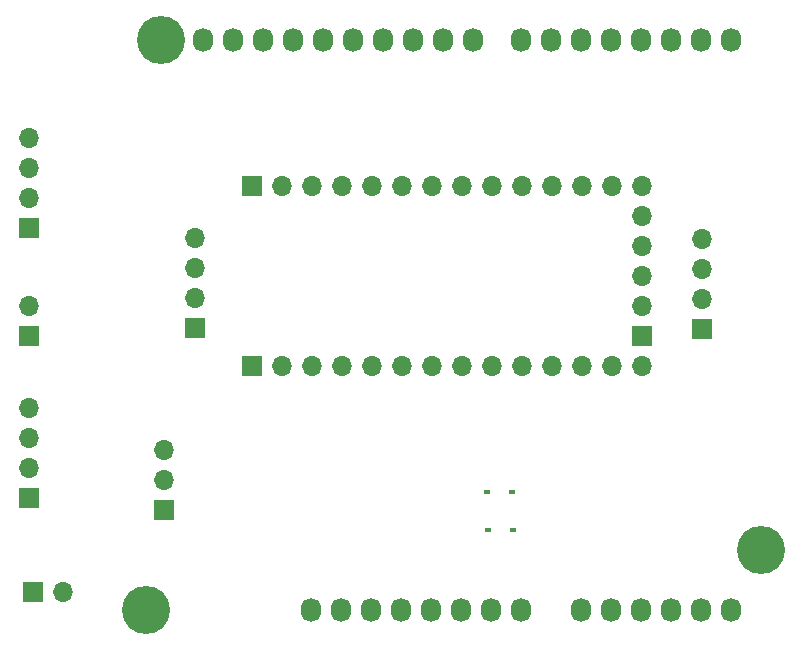
<source format=gbr>
G04 #@! TF.FileFunction,Soldermask,Top*
%FSLAX46Y46*%
G04 Gerber Fmt 4.6, Leading zero omitted, Abs format (unit mm)*
G04 Created by KiCad (PCBNEW 4.0.6) date 06/14/17 16:45:23*
%MOMM*%
%LPD*%
G01*
G04 APERTURE LIST*
%ADD10C,0.100000*%
%ADD11C,4.064000*%
%ADD12O,1.727200X2.032000*%
%ADD13R,1.700000X1.700000*%
%ADD14O,1.700000X1.700000*%
%ADD15R,0.600000X0.450000*%
G04 APERTURE END LIST*
D10*
D11*
X177038000Y-118745000D03*
D12*
X138938000Y-123825000D03*
X141478000Y-123825000D03*
X144018000Y-123825000D03*
X146558000Y-123825000D03*
X149098000Y-123825000D03*
X151638000Y-123825000D03*
X154178000Y-123825000D03*
X156718000Y-123825000D03*
X161798000Y-123825000D03*
X164338000Y-123825000D03*
X166878000Y-123825000D03*
X169418000Y-123825000D03*
X171958000Y-123825000D03*
X174498000Y-123825000D03*
X129794000Y-75565000D03*
X132334000Y-75565000D03*
X134874000Y-75565000D03*
X137414000Y-75565000D03*
X139954000Y-75565000D03*
X142494000Y-75565000D03*
X145034000Y-75565000D03*
X147574000Y-75565000D03*
X150114000Y-75565000D03*
X152654000Y-75565000D03*
X156718000Y-75565000D03*
X159258000Y-75565000D03*
X161798000Y-75565000D03*
X164338000Y-75565000D03*
X166878000Y-75565000D03*
X169418000Y-75565000D03*
X171958000Y-75565000D03*
X174498000Y-75565000D03*
D11*
X124968000Y-123825000D03*
X126238000Y-75565000D03*
D13*
X133988000Y-88007000D03*
D14*
X136528000Y-88007000D03*
X139068000Y-88007000D03*
X141608000Y-88007000D03*
X144148000Y-88007000D03*
X146688000Y-88007000D03*
X149228000Y-88007000D03*
X151768000Y-88007000D03*
X154308000Y-88007000D03*
X156848000Y-88007000D03*
X159388000Y-88007000D03*
X161928000Y-88007000D03*
X164468000Y-88007000D03*
X167008000Y-88007000D03*
D13*
X172098000Y-100105000D03*
D14*
X172098000Y-97565000D03*
X172098000Y-95025000D03*
X172098000Y-92485000D03*
D13*
X167008000Y-100707000D03*
D14*
X167008000Y-98167000D03*
X167008000Y-95627000D03*
X167008000Y-93087000D03*
X167008000Y-90547000D03*
D13*
X133988000Y-103247000D03*
D14*
X136528000Y-103247000D03*
X139068000Y-103247000D03*
X141608000Y-103247000D03*
X144148000Y-103247000D03*
X146688000Y-103247000D03*
X149228000Y-103247000D03*
X151768000Y-103247000D03*
X154308000Y-103247000D03*
X156848000Y-103247000D03*
X159388000Y-103247000D03*
X161928000Y-103247000D03*
X164468000Y-103247000D03*
X167008000Y-103247000D03*
D13*
X129148000Y-99965000D03*
D14*
X129148000Y-97425000D03*
X129148000Y-94885000D03*
X129148000Y-92345000D03*
D13*
X115117000Y-91523200D03*
D14*
X115117000Y-88983200D03*
X115117000Y-86443200D03*
X115117000Y-83903200D03*
D13*
X115117000Y-100667000D03*
D14*
X115117000Y-98127000D03*
D13*
X115117000Y-114383000D03*
D14*
X115117000Y-111843000D03*
X115117000Y-109303000D03*
X115117000Y-106763000D03*
D13*
X126498000Y-115405000D03*
D14*
X126498000Y-112865000D03*
X126498000Y-110325000D03*
D13*
X115458000Y-122365000D03*
D14*
X117998000Y-122365000D03*
D15*
X153898000Y-113865000D03*
X155998000Y-113865000D03*
X153948000Y-117115000D03*
X156048000Y-117115000D03*
M02*

</source>
